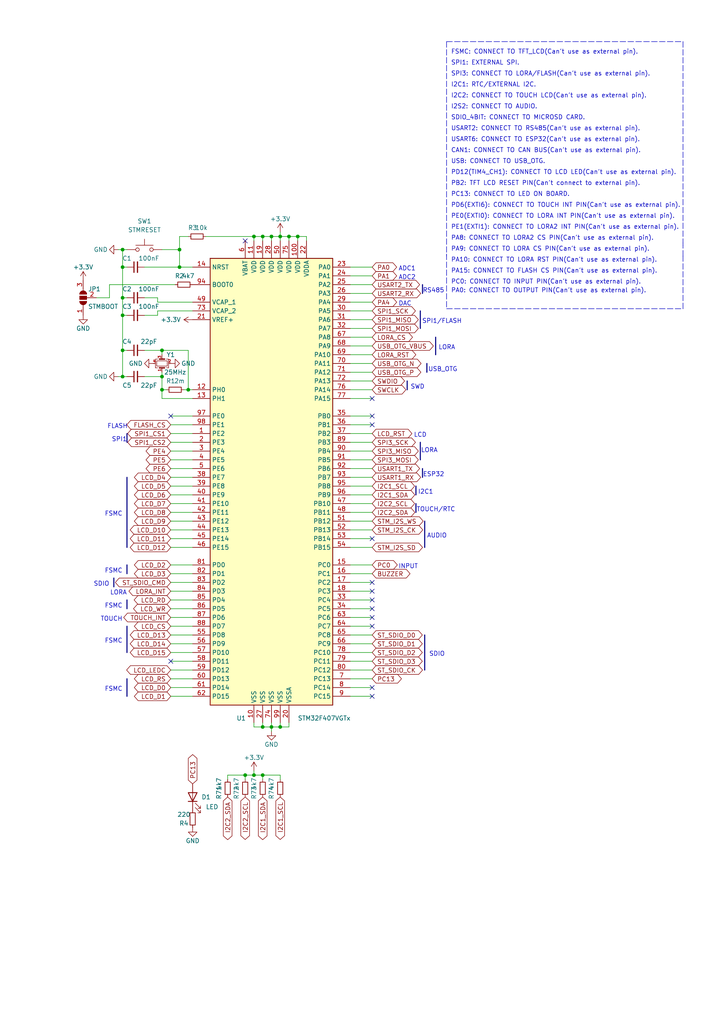
<source format=kicad_sch>
(kicad_sch (version 20211123) (generator eeschema)
  (paper "A4" portrait)
  (lib_symbols
    (symbol "Device:C_Small" (pin_numbers hide) (pin_names (offset 0.254) hide)
      (property "Reference" "C" (at 0.254 1.778 0))
      (property "Value" "C_Small" (at 0.254 -2.032 0))
      (symbol "C_Small_0_1"
        (polyline (pts (xy -1.524 -0.508) (xy 1.524 -0.508)) (stroke (width 0.3302)))
        (polyline (pts (xy -1.524 0.508) (xy 1.524 0.508)) (stroke (width 0.3048)))
      )
      (symbol "C_Small_1_1"
        (pin passive line (at 0 2.54 270) (length 2.032) (name "~") (number "1"))
        (pin passive line (at 0 -2.54 90) (length 2.032) (name "~") (number "2"))
      )
    )
    (symbol "Device:Crystal_GND24_Small" (pin_names (offset 1.016) hide)
      (property "Reference" "Y" (at 1.27 4.445 0))
      (property "Value" "Crystal_GND24_Small" (at 1.27 2.54 0))
      (symbol "Crystal_GND24_Small_0_1"
        (rectangle (start -0.762 -1.524) (end 0.762 1.524))
        (polyline (pts (xy -1.27 -0.762) (xy -1.27 0.762)) (stroke (width 0.381)))
        (polyline (pts (xy 1.27 -0.762) (xy 1.27 0.762)) (stroke (width 0.381)))
        (polyline (pts (xy -1.27 -1.27) (xy -1.27 -1.905) (xy 1.27 -1.905) (xy 1.27 -1.27)))
        (polyline (pts (xy -1.27 1.27) (xy -1.27 1.905) (xy 1.27 1.905) (xy 1.27 1.27)))
      )
      (symbol "Crystal_GND24_Small_1_1"
        (pin passive line (at -2.54 0 0) (length 1.27) (name "1") (number "1"))
        (pin passive line (at 0 -2.54 90) (length 0.635) (name "2") (number "2"))
        (pin passive line (at 2.54 0 180) (length 1.27) (name "3") (number "3"))
        (pin passive line (at 0 2.54 270) (length 0.635) (name "4") (number "4"))
      )
    )
    (symbol "Device:LED" (pin_numbers hide) (pin_names (offset 1.016) hide)
      (property "Reference" "D" (at 0 2.54 0))
      (property "Value" "LED" (at 0 -2.54 0))
      (symbol "LED_0_1"
        (polyline (pts (xy -1.27 -1.27) (xy -1.27 1.27)) (stroke (width 0.254)))
        (polyline (pts (xy -1.27 0) (xy 1.27 0)))
        (polyline (pts (xy 1.27 -1.27) (xy 1.27 1.27) (xy -1.27 0) (xy 1.27 -1.27)) (stroke (width 0.254)))
        (polyline (pts (xy -3.048 -0.762) (xy -4.572 -2.286) (xy -3.81 -2.286) (xy -4.572 -2.286) (xy -4.572 -1.524)))
        (polyline (pts (xy -1.778 -0.762) (xy -3.302 -2.286) (xy -2.54 -2.286) (xy -3.302 -2.286) (xy -3.302 -1.524)))
      )
      (symbol "LED_1_1"
        (pin passive line (at -3.81 0 0) (length 2.54) (name "K") (number "1"))
        (pin passive line (at 3.81 0 180) (length 2.54) (name "A") (number "2"))
      )
    )
    (symbol "Device:R_Small" (pin_numbers hide) (pin_names (offset 0.254) hide)
      (property "Reference" "R" (at 0.762 0.508 0))
      (property "Value" "R_Small" (at 0.762 -1.016 0))
      (symbol "R_Small_0_1"
        (rectangle (start -0.762 1.778) (end 0.762 -1.778) (stroke (width 0.2032)))
      )
      (symbol "R_Small_1_1"
        (pin passive line (at 0 2.54 270) (length 0.762) (name "~") (number "1"))
        (pin passive line (at 0 -2.54 90) (length 0.762) (name "~") (number "2"))
      )
    )
    (symbol "Jumper:SolderJumper_3_Open" (pin_names (offset 0) hide)
      (property "Reference" "JP" (at -2.54 -2.54 0))
      (property "Value" "SolderJumper_3_Open" (at 0 2.794 0))
      (symbol "SolderJumper_3_Open_0_1"
        (arc (start -1.016 1.016) (mid -2.032 0) (end -1.016 -1.016))
        (arc (start -1.016 1.016) (mid -2.032 0) (end -1.016 -1.016) (fill (type outline)))
        (rectangle (start -0.508 1.016) (end 0.508 -1.016) (fill (type outline)))
        (polyline (pts (xy -2.54 0) (xy -2.032 0)))
        (polyline (pts (xy -1.016 1.016) (xy -1.016 -1.016)))
        (polyline (pts (xy 0 -1.27) (xy 0 -1.016)))
        (polyline (pts (xy 1.016 1.016) (xy 1.016 -1.016)))
        (polyline (pts (xy 2.54 0) (xy 2.032 0)))
        (arc (start 1.016 -1.016) (mid 2.032 0) (end 1.016 1.016))
        (arc (start 1.016 -1.016) (mid 2.032 0) (end 1.016 1.016) (fill (type outline)))
      )
      (symbol "SolderJumper_3_Open_1_1"
        (pin passive line (at -5.08 0 0) (length 2.54) (name "A") (number "1"))
        (pin passive line (at 0 -3.81 90) (length 2.54) (name "C") (number "2"))
        (pin passive line (at 5.08 0 180) (length 2.54) (name "B") (number "3"))
      )
    )
    (symbol "MCU_ST_STM32F4:STM32F407VGTx"
      (property "Reference" "U" (at -17.78 64.77 0))
      (property "Value" "STM32F407VGTx" (at 12.7 64.77 0))
      (symbol "STM32F407VGTx_0_1"
        (rectangle (start -17.78 -66.04) (end 17.78 63.5) (stroke (width 0.254)) (fill (type background)))
      )
      (symbol "STM32F407VGTx_1_1"
        (pin bidirectional line (at -22.86 12.7 0) (length 5.08) (name "PE2") (number "1"))
        (pin power_in line (at -5.08 -71.12 90) (length 5.08) (name "VSS") (number "10"))
        (pin power_in line (at 7.62 68.58 270) (length 5.08) (name "VDD") (number "100"))
        (pin power_in line (at -5.08 68.58 270) (length 5.08) (name "VDD") (number "11"))
        (pin input line (at -22.86 25.4 0) (length 5.08) (name "PH0") (number "12"))
        (pin input line (at -22.86 22.86 0) (length 5.08) (name "PH1") (number "13"))
        (pin input line (at -22.86 60.96 0) (length 5.08) (name "NRST") (number "14"))
        (pin bidirectional line (at 22.86 -25.4 180) (length 5.08) (name "PC0") (number "15"))
        (pin bidirectional line (at 22.86 -27.94 180) (length 5.08) (name "PC1") (number "16"))
        (pin bidirectional line (at 22.86 -30.48 180) (length 5.08) (name "PC2") (number "17"))
        (pin bidirectional line (at 22.86 -33.02 180) (length 5.08) (name "PC3") (number "18"))
        (pin power_in line (at -2.54 68.58 270) (length 5.08) (name "VDD") (number "19"))
        (pin bidirectional line (at -22.86 10.16 0) (length 5.08) (name "PE3") (number "2"))
        (pin power_in line (at 5.08 -71.12 90) (length 5.08) (name "VSSA") (number "20"))
        (pin power_in line (at -22.86 45.72 0) (length 5.08) (name "VREF+") (number "21"))
        (pin power_in line (at 10.16 68.58 270) (length 5.08) (name "VDDA") (number "22"))
        (pin bidirectional line (at 22.86 60.96 180) (length 5.08) (name "PA0") (number "23"))
        (pin bidirectional line (at 22.86 58.42 180) (length 5.08) (name "PA1") (number "24"))
        (pin bidirectional line (at 22.86 55.88 180) (length 5.08) (name "PA2") (number "25"))
        (pin bidirectional line (at 22.86 53.34 180) (length 5.08) (name "PA3") (number "26"))
        (pin power_in line (at -2.54 -71.12 90) (length 5.08) (name "VSS") (number "27"))
        (pin power_in line (at 0 68.58 270) (length 5.08) (name "VDD") (number "28"))
        (pin bidirectional line (at 22.86 50.8 180) (length 5.08) (name "PA4") (number "29"))
        (pin bidirectional line (at -22.86 7.62 0) (length 5.08) (name "PE4") (number "3"))
        (pin bidirectional line (at 22.86 48.26 180) (length 5.08) (name "PA5") (number "30"))
        (pin bidirectional line (at 22.86 45.72 180) (length 5.08) (name "PA6") (number "31"))
        (pin bidirectional line (at 22.86 43.18 180) (length 5.08) (name "PA7") (number "32"))
        (pin bidirectional line (at 22.86 -35.56 180) (length 5.08) (name "PC4") (number "33"))
        (pin bidirectional line (at 22.86 -38.1 180) (length 5.08) (name "PC5") (number "34"))
        (pin bidirectional line (at 22.86 17.78 180) (length 5.08) (name "PB0") (number "35"))
        (pin bidirectional line (at 22.86 15.24 180) (length 5.08) (name "PB1") (number "36"))
        (pin bidirectional line (at 22.86 12.7 180) (length 5.08) (name "PB2") (number "37"))
        (pin bidirectional line (at -22.86 0 0) (length 5.08) (name "PE7") (number "38"))
        (pin bidirectional line (at -22.86 -2.54 0) (length 5.08) (name "PE8") (number "39"))
        (pin bidirectional line (at -22.86 5.08 0) (length 5.08) (name "PE5") (number "4"))
        (pin bidirectional line (at -22.86 -5.08 0) (length 5.08) (name "PE9") (number "40"))
        (pin bidirectional line (at -22.86 -7.62 0) (length 5.08) (name "PE10") (number "41"))
        (pin bidirectional line (at -22.86 -10.16 0) (length 5.08) (name "PE11") (number "42"))
        (pin bidirectional line (at -22.86 -12.7 0) (length 5.08) (name "PE12") (number "43"))
        (pin bidirectional line (at -22.86 -15.24 0) (length 5.08) (name "PE13") (number "44"))
        (pin bidirectional line (at -22.86 -17.78 0) (length 5.08) (name "PE14") (number "45"))
        (pin bidirectional line (at -22.86 -20.32 0) (length 5.08) (name "PE15") (number "46"))
        (pin bidirectional line (at 22.86 -7.62 180) (length 5.08) (name "PB10") (number "47"))
        (pin bidirectional line (at 22.86 -10.16 180) (length 5.08) (name "PB11") (number "48"))
        (pin power_in line (at -22.86 50.8 0) (length 5.08) (name "VCAP_1") (number "49"))
        (pin bidirectional line (at -22.86 2.54 0) (length 5.08) (name "PE6") (number "5"))
        (pin power_in line (at 2.54 68.58 270) (length 5.08) (name "VDD") (number "50"))
        (pin bidirectional line (at 22.86 -12.7 180) (length 5.08) (name "PB12") (number "51"))
        (pin bidirectional line (at 22.86 -15.24 180) (length 5.08) (name "PB13") (number "52"))
        (pin bidirectional line (at 22.86 -17.78 180) (length 5.08) (name "PB14") (number "53"))
        (pin bidirectional line (at 22.86 -20.32 180) (length 5.08) (name "PB15") (number "54"))
        (pin bidirectional line (at -22.86 -45.72 0) (length 5.08) (name "PD8") (number "55"))
        (pin bidirectional line (at -22.86 -48.26 0) (length 5.08) (name "PD9") (number "56"))
        (pin bidirectional line (at -22.86 -50.8 0) (length 5.08) (name "PD10") (number "57"))
        (pin bidirectional line (at -22.86 -53.34 0) (length 5.08) (name "PD11") (number "58"))
        (pin bidirectional line (at -22.86 -55.88 0) (length 5.08) (name "PD12") (number "59"))
        (pin power_in line (at -7.62 68.58 270) (length 5.08) (name "VBAT") (number "6"))
        (pin bidirectional line (at -22.86 -58.42 0) (length 5.08) (name "PD13") (number "60"))
        (pin bidirectional line (at -22.86 -60.96 0) (length 5.08) (name "PD14") (number "61"))
        (pin bidirectional line (at -22.86 -63.5 0) (length 5.08) (name "PD15") (number "62"))
        (pin bidirectional line (at 22.86 -40.64 180) (length 5.08) (name "PC6") (number "63"))
        (pin bidirectional line (at 22.86 -43.18 180) (length 5.08) (name "PC7") (number "64"))
        (pin bidirectional line (at 22.86 -45.72 180) (length 5.08) (name "PC8") (number "65"))
        (pin bidirectional line (at 22.86 -48.26 180) (length 5.08) (name "PC9") (number "66"))
        (pin bidirectional line (at 22.86 40.64 180) (length 5.08) (name "PA8") (number "67"))
        (pin bidirectional line (at 22.86 38.1 180) (length 5.08) (name "PA9") (number "68"))
        (pin bidirectional line (at 22.86 35.56 180) (length 5.08) (name "PA10") (number "69"))
        (pin bidirectional line (at 22.86 -58.42 180) (length 5.08) (name "PC13") (number "7"))
        (pin bidirectional line (at 22.86 33.02 180) (length 5.08) (name "PA11") (number "70"))
        (pin bidirectional line (at 22.86 30.48 180) (length 5.08) (name "PA12") (number "71"))
        (pin bidirectional line (at 22.86 27.94 180) (length 5.08) (name "PA13") (number "72"))
        (pin power_in line (at -22.86 48.26 0) (length 5.08) (name "VCAP_2") (number "73"))
        (pin power_in line (at 0 -71.12 90) (length 5.08) (name "VSS") (number "74"))
        (pin power_in line (at 5.08 68.58 270) (length 5.08) (name "VDD") (number "75"))
        (pin bidirectional line (at 22.86 25.4 180) (length 5.08) (name "PA14") (number "76"))
        (pin bidirectional line (at 22.86 22.86 180) (length 5.08) (name "PA15") (number "77"))
        (pin bidirectional line (at 22.86 -50.8 180) (length 5.08) (name "PC10") (number "78"))
        (pin bidirectional line (at 22.86 -53.34 180) (length 5.08) (name "PC11") (number "79"))
        (pin bidirectional line (at 22.86 -60.96 180) (length 5.08) (name "PC14") (number "8"))
        (pin bidirectional line (at 22.86 -55.88 180) (length 5.08) (name "PC12") (number "80"))
        (pin bidirectional line (at -22.86 -25.4 0) (length 5.08) (name "PD0") (number "81"))
        (pin bidirectional line (at -22.86 -27.94 0) (length 5.08) (name "PD1") (number "82"))
        (pin bidirectional line (at -22.86 -30.48 0) (length 5.08) (name "PD2") (number "83"))
        (pin bidirectional line (at -22.86 -33.02 0) (length 5.08) (name "PD3") (number "84"))
        (pin bidirectional line (at -22.86 -35.56 0) (length 5.08) (name "PD4") (number "85"))
        (pin bidirectional line (at -22.86 -38.1 0) (length 5.08) (name "PD5") (number "86"))
        (pin bidirectional line (at -22.86 -40.64 0) (length 5.08) (name "PD6") (number "87"))
        (pin bidirectional line (at -22.86 -43.18 0) (length 5.08) (name "PD7") (number "88"))
        (pin bidirectional line (at 22.86 10.16 180) (length 5.08) (name "PB3") (number "89"))
        (pin bidirectional line (at 22.86 -63.5 180) (length 5.08) (name "PC15") (number "9"))
        (pin bidirectional line (at 22.86 7.62 180) (length 5.08) (name "PB4") (number "90"))
        (pin bidirectional line (at 22.86 5.08 180) (length 5.08) (name "PB5") (number "91"))
        (pin bidirectional line (at 22.86 2.54 180) (length 5.08) (name "PB6") (number "92"))
        (pin bidirectional line (at 22.86 0 180) (length 5.08) (name "PB7") (number "93"))
        (pin input line (at -22.86 55.88 0) (length 5.08) (name "BOOT0") (number "94"))
        (pin bidirectional line (at 22.86 -2.54 180) (length 5.08) (name "PB8") (number "95"))
        (pin bidirectional line (at 22.86 -5.08 180) (length 5.08) (name "PB9") (number "96"))
        (pin bidirectional line (at -22.86 17.78 0) (length 5.08) (name "PE0") (number "97"))
        (pin bidirectional line (at -22.86 15.24 0) (length 5.08) (name "PE1") (number "98"))
        (pin power_in line (at 2.54 -71.12 90) (length 5.08) (name "VSS") (number "99"))
      )
    )
    (symbol "Switch:SW_Push" (pin_numbers hide) (pin_names (offset 1.016) hide)
      (property "Reference" "SW" (at 1.27 2.54 0))
      (property "Value" "SW_Push" (at 0 -1.524 0))
      (symbol "SW_Push_0_1"
        (circle (center -2.032 0) (radius 0.508))
        (polyline (pts (xy 0 1.27) (xy 0 3.048)))
        (polyline (pts (xy 2.54 1.27) (xy -2.54 1.27)))
        (circle (center 2.032 0) (radius 0.508))
        (pin passive line (at -5.08 0 0) (length 2.54) (name "1") (number "1"))
        (pin passive line (at 5.08 0 180) (length 2.54) (name "2") (number "2"))
      )
    )
    (symbol "power:+3.3V" (power) (pin_names (offset 0))
      (property "Value" "+3.3V" (at 0 3.556 0))
      (symbol "+3.3V_0_1"
        (polyline (pts (xy -0.762 1.27) (xy 0 2.54)))
        (polyline (pts (xy 0 0) (xy 0 2.54)))
        (polyline (pts (xy 0 2.54) (xy 0.762 1.27)))
      )
      (symbol "+3.3V_1_1"
        (pin power_in line (at 0 0 90) (length 0) hide (name "+3.3V") (number "1"))
      )
    )
    (symbol "power:GND" (power) (pin_names (offset 0))
      (property "Value" "GND" (at 0 -3.81 0))
      (symbol "GND_0_1"
        (polyline (pts (xy 0 0) (xy 0 -1.27) (xy 1.27 -1.27) (xy 0 -2.54) (xy -1.27 -1.27) (xy 0 -1.27)))
      )
      (symbol "GND_1_1"
        (pin power_in line (at 0 0 270) (length 0) hide (name "GND") (number "1"))
      )
    )
  )
  (junction (at 35.56 91.44))
  (junction (at 52.07 77.47))
  (junction (at 83.82 68.58))
  (junction (at 76.2 68.58))
  (junction (at 46.99 113.03))
  (junction (at 73.66 224.79))
  (junction (at 35.56 101.6))
  (junction (at 52.07 72.39))
  (junction (at 76.2 210.82))
  (junction (at 35.56 86.36))
  (junction (at 78.74 210.82))
  (junction (at 81.28 210.82))
  (junction (at 54.61 113.03))
  (junction (at 35.56 77.47))
  (junction (at 46.99 109.22))
  (junction (at 35.56 109.22))
  (junction (at 78.74 68.58))
  (junction (at 76.2 224.79))
  (junction (at 35.56 72.39))
  (junction (at 71.12 224.79))
  (junction (at 86.36 68.58))
  (junction (at 46.99 101.6))
  (junction (at 73.66 68.58))
  (junction (at 81.28 68.58))
  (no_connect (at 107.95 120.65))
  (no_connect (at 107.95 181.61))
  (no_connect (at 107.95 176.53))
  (no_connect (at 107.95 171.45))
  (no_connect (at 107.95 168.91))
  (no_connect (at 71.12 69.85))
  (no_connect (at 107.95 115.57))
  (no_connect (at 107.95 199.39))
  (no_connect (at 107.95 201.93))
  (no_connect (at 49.53 120.65))
  (no_connect (at 49.53 191.77))
  (no_connect (at 107.95 156.21))
  (no_connect (at 107.95 179.07))
  (no_connect (at 107.95 173.99))
  (no_connect (at 107.95 123.19))
  (wire (pts (xy 101.6 113.03) (xy 107.95 113.03)))
  (wire (pts (xy 55.88 181.61) (xy 49.53 181.61)))
  (wire (pts (xy 101.6 102.87) (xy 107.95 102.87)))
  (wire (pts (xy 101.6 184.15) (xy 107.95 184.15)))
  (wire (pts (xy 55.88 156.21) (xy 49.53 156.21)))
  (polyline (pts (xy 129.54 12.065) (xy 129.54 74.295)))
  (polyline (pts (xy 198.12 74.295) (xy 198.12 71.12)))
  (wire (pts (xy 78.74 210.82) (xy 81.28 210.82)))
  (wire (pts (xy 66.04 226.06) (xy 66.04 224.79)))
  (wire (pts (xy 55.88 158.75) (xy 49.53 158.75)))
  (wire (pts (xy 55.88 189.23) (xy 49.53 189.23)))
  (wire (pts (xy 55.88 184.15) (xy 49.53 184.15)))
  (wire (pts (xy 101.6 191.77) (xy 107.95 191.77)))
  (wire (pts (xy 101.6 158.75) (xy 107.95 158.75)))
  (wire (pts (xy 101.6 138.43) (xy 107.95 138.43)))
  (wire (pts (xy 101.6 176.53) (xy 107.95 176.53)))
  (bus (pts (xy 118.11 110.49) (xy 118.11 113.03)))
  (bus (pts (xy 120.65 146.05) (xy 120.65 148.59)))
  (wire (pts (xy 36.83 109.22) (xy 35.56 109.22)))
  (wire (pts (xy 55.88 199.39) (xy 49.53 199.39)))
  (wire (pts (xy 55.88 196.85) (xy 49.53 196.85)))
  (wire (pts (xy 45.72 87.63) (xy 45.72 86.36)))
  (wire (pts (xy 36.83 77.47) (xy 35.56 77.47)))
  (wire (pts (xy 55.88 194.31) (xy 49.53 194.31)))
  (wire (pts (xy 101.6 153.67) (xy 107.95 153.67)))
  (wire (pts (xy 73.66 209.55) (xy 73.66 210.82)))
  (wire (pts (xy 55.88 146.05) (xy 49.53 146.05)))
  (wire (pts (xy 101.6 92.71) (xy 107.95 92.71)))
  (wire (pts (xy 73.66 69.85) (xy 73.66 68.58)))
  (wire (pts (xy 101.6 148.59) (xy 107.95 148.59)))
  (wire (pts (xy 101.6 120.65) (xy 107.95 120.65)))
  (wire (pts (xy 101.6 123.19) (xy 107.95 123.19)))
  (wire (pts (xy 55.88 148.59) (xy 49.53 148.59)))
  (wire (pts (xy 46.99 113.03) (xy 48.26 113.03)))
  (wire (pts (xy 52.07 72.39) (xy 52.07 77.47)))
  (wire (pts (xy 31.75 86.36) (xy 27.94 86.36)))
  (wire (pts (xy 76.2 224.79) (xy 76.2 226.06)))
  (wire (pts (xy 55.88 140.97) (xy 49.53 140.97)))
  (wire (pts (xy 101.6 85.09) (xy 107.95 85.09)))
  (bus (pts (xy 122.555 135.89) (xy 122.555 138.43)))
  (wire (pts (xy 55.88 191.77) (xy 49.53 191.77)))
  (wire (pts (xy 101.6 189.23) (xy 107.95 189.23)))
  (wire (pts (xy 55.88 153.67) (xy 49.53 153.67)))
  (wire (pts (xy 41.91 77.47) (xy 52.07 77.47)))
  (wire (pts (xy 46.99 107.95) (xy 46.99 109.22)))
  (wire (pts (xy 73.66 224.79) (xy 76.2 224.79)))
  (bus (pts (xy 36.83 163.83) (xy 36.83 166.37)))
  (polyline (pts (xy 198.12 70.485) (xy 198.12 71.12)))
  (bus (pts (xy 122.555 82.55) (xy 122.555 85.09)))
  (wire (pts (xy 55.88 166.37) (xy 49.53 166.37)))
  (wire (pts (xy 101.6 201.93) (xy 107.95 201.93)))
  (wire (pts (xy 45.72 86.36) (xy 41.91 86.36)))
  (wire (pts (xy 88.9 68.58) (xy 88.9 69.85)))
  (wire (pts (xy 101.6 166.37) (xy 107.95 166.37)))
  (wire (pts (xy 34.29 109.22) (xy 35.56 109.22)))
  (polyline (pts (xy 198.12 12.065) (xy 198.12 70.485)))
  (wire (pts (xy 101.6 107.95) (xy 107.95 107.95)))
  (bus (pts (xy 36.83 138.43) (xy 36.83 158.75)))
  (wire (pts (xy 46.99 115.57) (xy 55.88 115.57)))
  (wire (pts (xy 101.6 95.25) (xy 107.95 95.25)))
  (wire (pts (xy 81.28 68.58) (xy 81.28 67.31)))
  (wire (pts (xy 76.2 69.85) (xy 76.2 68.58)))
  (wire (pts (xy 101.6 105.41) (xy 107.95 105.41)))
  (wire (pts (xy 55.88 151.13) (xy 49.53 151.13)))
  (wire (pts (xy 71.12 224.79) (xy 71.12 226.06)))
  (wire (pts (xy 101.6 130.81) (xy 107.95 130.81)))
  (bus (pts (xy 120.65 140.97) (xy 120.65 143.51)))
  (wire (pts (xy 53.34 113.03) (xy 54.61 113.03)))
  (wire (pts (xy 35.56 101.6) (xy 36.83 101.6)))
  (wire (pts (xy 36.83 91.44) (xy 35.56 91.44)))
  (wire (pts (xy 55.88 138.43) (xy 49.53 138.43)))
  (wire (pts (xy 46.99 101.6) (xy 46.99 102.87)))
  (wire (pts (xy 101.6 146.05) (xy 107.95 146.05)))
  (wire (pts (xy 101.6 171.45) (xy 107.95 171.45)))
  (wire (pts (xy 101.6 82.55) (xy 107.95 82.55)))
  (wire (pts (xy 55.88 113.03) (xy 54.61 113.03)))
  (wire (pts (xy 101.6 115.57) (xy 107.95 115.57)))
  (wire (pts (xy 81.28 69.85) (xy 81.28 68.58)))
  (wire (pts (xy 35.56 101.6) (xy 35.56 91.44)))
  (wire (pts (xy 46.99 113.03) (xy 46.99 115.57)))
  (polyline (pts (xy 129.54 89.535) (xy 198.12 89.535)))
  (wire (pts (xy 31.75 82.55) (xy 31.75 86.36)))
  (wire (pts (xy 34.29 72.39) (xy 35.56 72.39)))
  (wire (pts (xy 101.6 128.27) (xy 107.95 128.27)))
  (bus (pts (xy 36.83 173.99) (xy 36.83 176.53)))
  (wire (pts (xy 55.88 133.35) (xy 49.53 133.35)))
  (wire (pts (xy 54.61 101.6) (xy 46.99 101.6)))
  (wire (pts (xy 55.88 135.89) (xy 49.53 135.89)))
  (wire (pts (xy 101.6 97.79) (xy 107.95 97.79)))
  (wire (pts (xy 101.6 135.89) (xy 107.95 135.89)))
  (wire (pts (xy 81.28 68.58) (xy 83.82 68.58)))
  (wire (pts (xy 73.66 210.82) (xy 76.2 210.82)))
  (wire (pts (xy 54.61 68.58) (xy 52.07 68.58)))
  (wire (pts (xy 55.88 201.93) (xy 49.53 201.93)))
  (wire (pts (xy 55.88 173.99) (xy 49.53 173.99)))
  (wire (pts (xy 55.88 87.63) (xy 45.72 87.63)))
  (wire (pts (xy 101.6 151.13) (xy 107.95 151.13)))
  (wire (pts (xy 101.6 168.91) (xy 107.95 168.91)))
  (wire (pts (xy 78.74 212.09) (xy 78.74 210.82)))
  (wire (pts (xy 55.88 171.45) (xy 49.53 171.45)))
  (wire (pts (xy 35.56 91.44) (xy 35.56 86.36)))
  (wire (pts (xy 55.88 90.17) (xy 45.72 90.17)))
  (wire (pts (xy 55.88 128.27) (xy 49.53 128.27)))
  (wire (pts (xy 41.91 101.6) (xy 46.99 101.6)))
  (wire (pts (xy 76.2 209.55) (xy 76.2 210.82)))
  (wire (pts (xy 101.6 90.17) (xy 107.95 90.17)))
  (wire (pts (xy 54.61 113.03) (xy 54.61 101.6)))
  (wire (pts (xy 55.88 123.19) (xy 49.53 123.19)))
  (wire (pts (xy 41.91 91.44) (xy 45.72 91.44)))
  (wire (pts (xy 35.56 72.39) (xy 36.83 72.39)))
  (wire (pts (xy 71.12 224.79) (xy 73.66 224.79)))
  (wire (pts (xy 101.6 125.73) (xy 107.95 125.73)))
  (wire (pts (xy 55.88 179.07) (xy 49.53 179.07)))
  (wire (pts (xy 101.6 87.63) (xy 107.95 87.63)))
  (wire (pts (xy 101.6 173.99) (xy 107.95 173.99)))
  (wire (pts (xy 101.6 143.51) (xy 107.95 143.51)))
  (wire (pts (xy 78.74 209.55) (xy 78.74 210.82)))
  (wire (pts (xy 101.6 179.07) (xy 107.95 179.07)))
  (wire (pts (xy 83.82 69.85) (xy 83.82 68.58)))
  (wire (pts (xy 73.66 223.52) (xy 73.66 224.79)))
  (bus (pts (xy 123.19 184.15) (xy 123.19 194.31)))
  (wire (pts (xy 101.6 80.01) (xy 107.95 80.01)))
  (polyline (pts (xy 129.54 73.66) (xy 129.54 89.535)))
  (wire (pts (xy 55.88 163.83) (xy 49.53 163.83)))
  (wire (pts (xy 101.6 186.69) (xy 107.95 186.69)))
  (wire (pts (xy 52.07 68.58) (xy 52.07 72.39)))
  (wire (pts (xy 101.6 199.39) (xy 107.95 199.39)))
  (bus (pts (xy 36.83 181.61) (xy 36.83 189.23)))
  (bus (pts (xy 123.19 151.13) (xy 123.19 158.75)))
  (wire (pts (xy 101.6 156.21) (xy 107.95 156.21)))
  (bus (pts (xy 33.02 167.64) (xy 33.02 170.18)))
  (wire (pts (xy 36.83 86.36) (xy 35.56 86.36)))
  (wire (pts (xy 86.36 68.58) (xy 88.9 68.58)))
  (wire (pts (xy 46.99 109.22) (xy 46.99 113.03)))
  (wire (pts (xy 46.99 72.39) (xy 52.07 72.39)))
  (wire (pts (xy 35.56 72.39) (xy 35.56 77.47)))
  (bus (pts (xy 36.83 196.85) (xy 36.83 201.93)))
  (wire (pts (xy 101.6 110.49) (xy 107.95 110.49)))
  (wire (pts (xy 101.6 140.97) (xy 107.95 140.97)))
  (wire (pts (xy 101.6 181.61) (xy 107.95 181.61)))
  (wire (pts (xy 101.6 77.47) (xy 107.95 77.47)))
  (wire (pts (xy 83.82 210.82) (xy 83.82 209.55)))
  (wire (pts (xy 66.04 224.79) (xy 71.12 224.79)))
  (wire (pts (xy 83.82 68.58) (xy 86.36 68.58)))
  (wire (pts (xy 81.28 224.79) (xy 81.28 226.06)))
  (polyline (pts (xy 129.54 12.065) (xy 198.12 12.065)))
  (wire (pts (xy 78.74 69.85) (xy 78.74 68.58)))
  (wire (pts (xy 55.88 168.91) (xy 49.53 168.91)))
  (wire (pts (xy 78.74 68.58) (xy 81.28 68.58)))
  (wire (pts (xy 55.88 186.69) (xy 49.53 186.69)))
  (wire (pts (xy 55.88 120.65) (xy 49.53 120.65)))
  (wire (pts (xy 81.28 209.55) (xy 81.28 210.82)))
  (wire (pts (xy 81.28 210.82) (xy 83.82 210.82)))
  (wire (pts (xy 55.88 176.53) (xy 49.53 176.53)))
  (wire (pts (xy 35.56 77.47) (xy 35.56 86.36)))
  (wire (pts (xy 55.88 130.81) (xy 49.53 130.81)))
  (wire (pts (xy 101.6 133.35) (xy 107.95 133.35)))
  (wire (pts (xy 41.91 109.22) (xy 46.99 109.22)))
  (wire (pts (xy 73.66 68.58) (xy 76.2 68.58)))
  (wire (pts (xy 55.88 125.73) (xy 49.53 125.73)))
  (polyline (pts (xy 198.12 89.535) (xy 198.12 74.295)))
  (wire (pts (xy 101.6 196.85) (xy 107.95 196.85)))
  (wire (pts (xy 101.6 163.83) (xy 107.95 163.83)))
  (wire (pts (xy 86.36 69.85) (xy 86.36 68.58)))
  (bus (pts (xy 36.83 125.73) (xy 36.83 128.27)))
  (wire (pts (xy 55.88 143.51) (xy 49.53 143.51)))
  (wire (pts (xy 101.6 194.31) (xy 107.95 194.31)))
  (wire (pts (xy 76.2 224.79) (xy 81.28 224.79)))
  (wire (pts (xy 35.56 109.22) (xy 35.56 101.6)))
  (wire (pts (xy 45.72 90.17) (xy 45.72 91.44)))
  (wire (pts (xy 52.07 77.47) (xy 55.88 77.47)))
  (wire (pts (xy 76.2 210.82) (xy 78.74 210.82)))
  (wire (pts (xy 76.2 68.58) (xy 78.74 68.58)))
  (bus (pts (xy 123.825 105.41) (xy 123.825 107.95)))
  (bus (pts (xy 121.92 90.17) (xy 121.92 95.25)))
  (wire (pts (xy 50.8 82.55) (xy 31.75 82.55)))
  (wire (pts (xy 101.6 100.33) (xy 107.95 100.33)))
  (wire (pts (xy 59.69 68.58) (xy 73.66 68.58)))
  (bus (pts (xy 126.365 97.79) (xy 126.365 102.87)))
  (bus (pts (xy 121.92 128.27) (xy 121.92 133.35)))
  (text "SDIO_4BIT: CONNECT TO MICROSD CARD." (at 130.81 34.925 0) (effects (font (size 1.27 1.27)) (justify left bottom)))
  (text "USART6: CONNECT TO ESP32(Can't use as external pin)." (at 130.81 41.275 0) (effects (font (size 1.27 1.27)) (justify left bottom)))
  (text "USB: CONNECT TO USB_OTG." (at 130.81 47.625 0) (effects (font (size 1.27 1.27)) (justify left bottom)))
  (text "FSMC" (at 35.56 200.66 180) (effects (font (size 1.27 1.27)) (justify right bottom)))
  (text "LORA" (at 36.83 172.72 180) (effects (font (size 1.27 1.27)) (justify right bottom)))
  (text "PC13: CONNECT TO LED ON BOARD." (at 130.81 57.15 0) (effects (font (size 1.27 1.27)) (justify left bottom)))
  (text "USART2: CONNECT TO RS485(Can't use as external pin)." (at 130.81 38.1 0) (effects (font (size 1.27 1.27)) (justify left bottom)))
  (text "LORA" (at 132.08 101.6 180) (effects (font (size 1.27 1.27)) (justify right bottom)))
  (text "CAN1: CONNECT TO CAN BUS(Can't use as external pin)." (at 130.81 44.45 0) (effects (font (size 1.27 1.27)) (justify left bottom)))
  (text "DAC" (at 115.57 88.9 0) (effects (font (size 1.27 1.27)) (justify left bottom)))
  (text "FSMC" (at 35.56 186.69 180) (effects (font (size 1.27 1.27)) (justify right bottom)))
  (text "ADC1" (at 115.57 78.74 0) (effects (font (size 1.27 1.27)) (justify left bottom)))
  (text "PA9: CONNECT TO LORA CS PIN(Can't use as external pin)." (at 130.81 73.025 0) (effects (font (size 1.27 1.27)) (justify left bottom)))
  (text "PB2: TFT LCD RESET PIN(Can't connect to external pin)." (at 130.81 53.975 0) (effects (font (size 1.27 1.27)) (justify left bottom)))
  (text "FSMC" (at 35.56 166.37 180) (effects (font (size 1.27 1.27)) (justify right bottom)))
  (text "FSMC" (at 35.56 176.53 180) (effects (font (size 1.27 1.27)) (justify right bottom)))
  (text "ESP32" (at 128.905 138.43 180) (effects (font (size 1.27 1.27)) (justify right bottom)))
  (text "ADC2" (at 115.57 81.28 0) (effects (font (size 1.27 1.27)) (justify left bottom)))
  (text "SDIO" (at 124.46 190.5 0) (effects (font (size 1.27 1.27)) (justify left bottom)))
  (text "I2C1: RTC/EXTERNAL I2C." (at 130.81 25.4 0) (effects (font (size 1.27 1.27)) (justify left bottom)))
  (text "I2C1" (at 125.73 143.51 180) (effects (font (size 1.27 1.27)) (justify right bottom)))
  (text "PD12(TIM4_CH1): CONNECT TO LCD LED(Can't use as external pin)." (at 130.81 50.8 0) (effects (font (size 1.27 1.27)) (justify left bottom)))
  (text "LCD" (at 120.015 127 0) (effects (font (size 1.27 1.27)) (justify left bottom)))
  (text "LORA" (at 127 131.445 180) (effects (font (size 1.27 1.27)) (justify right bottom)))
  (text "PE0(EXTI0): CONNECT TO LORA INT PIN(Can't use as external pin)." (at 130.81 63.5 0) (effects (font (size 1.27 1.27)) (justify left bottom)))
  (text "SPI3: CONNECT TO LORA/FLASH(Can't use as external pin)." (at 130.81 22.225 0) (effects (font (size 1.27 1.27)) (justify left bottom)))
  (text "SPI1: EXTERNAL SPI." (at 130.81 19.05 0) (effects (font (size 1.27 1.27)) (justify left bottom)))
  (text "PE1(EXTI1): CONNECT TO LORA2 INT PIN(Can't use as external pin)." (at 130.81 66.675 0) (effects (font (size 1.27 1.27)) (justify left bottom)))
  (text "AUDIO" (at 123.825 156.21 0) (effects (font (size 1.27 1.27)) (justify left bottom)))
  (text "PD6(EXTI6): CONNECT TO TOUCH INT PIN(Can't use as external pin)." (at 130.81 60.325 0) (effects (font (size 1.27 1.27)) (justify left bottom)))
  (text "I2C2: CONNECT TO TOUCH LCD(Can't use as external pin)." (at 130.81 28.575 0) (effects (font (size 1.27 1.27)) (justify left bottom)))
  (text "I2S2: CONNECT TO AUDIO." (at 130.81 31.75 0) (effects (font (size 1.27 1.27)) (justify left bottom)))
  (text "PC0: CONNECT TO INPUT PIN(Can't use as external pin)." (at 130.81 82.55 0) (effects (font (size 1.27 1.27)) (justify left bottom)))
  (text "PA10: CONNECT TO LORA RST PIN(Can't use as external pin)." (at 130.81 76.2 0) (effects (font (size 1.27 1.27)) (justify left bottom)))
  (text "PA8: CONNECT TO LORA2 CS PIN(Can't use as external pin)." (at 130.81 69.85 0) (effects (font (size 1.27 1.27)) (justify left bottom)))
  (text "INPUT" (at 115.57 165.1 0) (effects (font (size 1.27 1.27)) (justify left bottom)))
  (text "FSMC: CONNECT TO TFT_LCD(Can't use as external pin)." (at 130.81 15.875 0) (effects (font (size 1.27 1.27)) (justify left bottom)))
  (text "SPI1" (at 32.385 128.27 0) (effects (font (size 1.27 1.27)) (justify left bottom)))
  (text "SWD" (at 123.19 113.03 180) (effects (font (size 1.27 1.27)) (justify right bottom)))
  (text "FLASH" (at 31.115 124.46 0) (effects (font (size 1.27 1.27)) (justify left bottom)))
  (text "USB_OTG\n" (at 132.715 107.95 180) (effects (font (size 1.27 1.27)) (justify right bottom)))
  (text "TOUCH" (at 35.56 180.34 180) (effects (font (size 1.27 1.27)) (justify right bottom)))
  (text "FSMC" (at 35.56 149.86 180) (effects (font (size 1.27 1.27)) (justify right bottom)))
  (text "PA0: CONNECT TO OUTPUT PIN(Can't use as external pin)." (at 130.81 85.09 0) (effects (font (size 1.27 1.27)) (justify left bottom)))
  (text "PA15: CONNECT TO FLASH CS PIN(Can't use as external pin)." (at 130.81 79.375 0) (effects (font (size 1.27 1.27)) (justify left bottom)))
  (text "SDIO" (at 31.75 170.18 180) (effects (font (size 1.27 1.27)) (justify right bottom)))
  (text "RS485" (at 128.905 85.09 180) (effects (font (size 1.27 1.27)) (justify right bottom)))
  (text "TOUCH/RTC" (at 132.08 148.59 180) (effects (font (size 1.27 1.27)) (justify right bottom)))
  (text "SPI1/FLASH" (at 133.985 93.98 180) (effects (font (size 1.27 1.27)) (justify right bottom)))
  (global_label "LORA_RST" (shape bidirectional) (at 107.95 102.87 0) (property "Intersheet References" "${INTERSHEET_REFS}" (effects hide)))
  (global_label "SPI1_MISO" (shape bidirectional) (at 107.95 92.71 0) (property "Intersheet References" "${INTERSHEET_REFS}" (effects hide)))
  (global_label "LCD_D13" (shape bidirectional) (at 49.53 184.15 180) (property "Intersheet References" "${INTERSHEET_REFS}" (effects hide)))
  (global_label "LCD_D10" (shape bidirectional) (at 49.53 153.67 180) (property "Intersheet References" "${INTERSHEET_REFS}" (effects hide)))
  (global_label "I2C2_SCL" (shape bidirectional) (at 71.12 231.14 270) (property "Intersheet References" "${INTERSHEET_REFS}" (effects hide)))
  (global_label "ST_SDIO_D2" (shape bidirectional) (at 107.95 189.23 0) (property "Intersheet References" "${INTERSHEET_REFS}" (effects hide)))
  (global_label "SPI3_MOSI" (shape bidirectional) (at 107.95 133.35 0) (property "Intersheet References" "${INTERSHEET_REFS}" (effects hide)))
  (global_label "LCD_D6" (shape bidirectional) (at 49.53 143.51 180) (property "Intersheet References" "${INTERSHEET_REFS}" (effects hide)))
  (global_label "LCD_D1" (shape bidirectional) (at 49.53 201.93 180) (property "Intersheet References" "${INTERSHEET_REFS}" (effects hide)))
  (global_label "PC13" (shape bidirectional) (at 55.88 227.33 90) (property "Intersheet References" "${INTERSHEET_REFS}" (effects hide)))
  (global_label "LCD_D4" (shape bidirectional) (at 49.53 138.43 180) (property "Intersheet References" "${INTERSHEET_REFS}" (effects hide)))
  (global_label "LCD_D11" (shape bidirectional) (at 49.53 156.21 180) (property "Intersheet References" "${INTERSHEET_REFS}" (effects hide)))
  (global_label "SPI3_MISO" (shape bidirectional) (at 107.95 130.81 0) (property "Intersheet References" "${INTERSHEET_REFS}" (effects hide)))
  (global_label "TOUCH_INT" (shape bidirectional) (at 49.53 179.07 180) (property "Intersheet References" "${INTERSHEET_REFS}" (effects hide)))
  (global_label "I2C1_SCL" (shape bidirectional) (at 107.95 140.97 0) (property "Intersheet References" "${INTERSHEET_REFS}" (effects hide)))
  (global_label "SPI1_CS2" (shape bidirectional) (at 49.53 128.27 180) (property "Intersheet References" "${INTERSHEET_REFS}" (effects hide)))
  (global_label "SPI1_CS1" (shape bidirectional) (at 49.53 125.73 180) (property "Intersheet References" "${INTERSHEET_REFS}" (effects hide)))
  (global_label "FLASH_CS" (shape bidirectional) (at 49.53 123.19 180) (property "Intersheet References" "${INTERSHEET_REFS}" (effects hide)))
  (global_label "SWCLK" (shape bidirectional) (at 107.95 113.03 0) (property "Intersheet References" "${INTERSHEET_REFS}" (effects hide)))
  (global_label "USB_OTG_N" (shape bidirectional) (at 107.95 105.41 0) (property "Intersheet References" "${INTERSHEET_REFS}" (effects hide)))
  (global_label "I2C2_SDA" (shape bidirectional) (at 107.95 148.59 0) (property "Intersheet References" "${INTERSHEET_REFS}" (effects hide)))
  (global_label "I2C1_SDA" (shape bidirectional) (at 107.95 143.51 0) (property "Intersheet References" "${INTERSHEET_REFS}" (effects hide)))
  (global_label "ST_SDIO_D0" (shape bidirectional) (at 107.95 184.15 0) (property "Intersheet References" "${INTERSHEET_REFS}" (effects hide)))
  (global_label "LORA_INT" (shape bidirectional) (at 49.53 171.45 180) (property "Intersheet References" "${INTERSHEET_REFS}" (effects hide)))
  (global_label "I2C2_SCL" (shape bidirectional) (at 107.95 146.05 0) (property "Intersheet References" "${INTERSHEET_REFS}" (effects hide)))
  (global_label "SPI1_MOSI" (shape bidirectional) (at 107.95 95.25 0) (property "Intersheet References" "${INTERSHEET_REFS}" (effects hide)))
  (global_label "STM_I2S_CK" (shape bidirectional) (at 107.95 153.67 0) (property "Intersheet References" "${INTERSHEET_REFS}" (effects hide)))
  (global_label "SWDIO" (shape bidirectional) (at 107.95 110.49 0) (property "Intersheet References" "${INTERSHEET_REFS}" (effects hide)))
  (global_label "LCD_D5" (shape bidirectional) (at 49.53 140.97 180) (property "Intersheet References" "${INTERSHEET_REFS}" (effects hide)))
  (global_label "LCD_WR" (shape bidirectional) (at 49.53 176.53 180) (property "Intersheet References" "${INTERSHEET_REFS}" (effects hide)))
  (global_label "I2C1_SCL" (shape bidirectional) (at 81.28 231.14 270) (property "Intersheet References" "${INTERSHEET_REFS}" (effects hide)))
  (global_label "I2C1_SDA" (shape bidirectional) (at 76.2 231.14 270) (property "Intersheet References" "${INTERSHEET_REFS}" (effects hide)))
  (global_label "LCD_D14" (shape bidirectional) (at 49.53 186.69 180) (property "Intersheet References" "${INTERSHEET_REFS}" (effects hide)))
  (global_label "LORA_CS" (shape bidirectional) (at 107.95 97.79 0) (property "Intersheet References" "${INTERSHEET_REFS}" (effects hide)))
  (global_label "LCD_D8" (shape bidirectional) (at 49.53 148.59 180) (property "Intersheet References" "${INTERSHEET_REFS}" (effects hide)))
  (global_label "LCD_D15" (shape bidirectional) (at 49.53 189.23 180) (property "Intersheet References" "${INTERSHEET_REFS}" (effects hide)))
  (global_label "LCD_LEDC" (shape bidirectional) (at 49.53 194.31 180) (property "Intersheet References" "${INTERSHEET_REFS}" (effects hide)))
  (global_label "USART1_RX" (shape bidirectional) (at 107.95 138.43 0) (property "Intersheet References" "${INTERSHEET_REFS}" (effects hide)))
  (global_label "USB_OTG_P" (shape bidirectional) (at 107.95 107.95 0) (property "Intersheet References" "${INTERSHEET_REFS}" (effects hide)))
  (global_label "USART1_TX" (shape bidirectional) (at 107.95 135.89 0) (property "Intersheet References" "${INTERSHEET_REFS}" (effects hide)))
  (global_label "LCD_D12" (shape bidirectional) (at 49.53 158.75 180) (property "Intersheet References" "${INTERSHEET_REFS}" (effects hide)))
  (global_label "LCD_D7" (shape bidirectional) (at 49.53 146.05 180) (property "Intersheet References" "${INTERSHEET_REFS}" (effects hide)))
  (global_label "LCD_D3" (shape bidirectional) (at 49.53 166.37 180) (property "Intersheet References" "${INTERSHEET_REFS}" (effects hide)))
  (global_label "PA0" (shape bidirectional) (at 107.95 77.47 0) (property "Intersheet References" "${INTERSHEET_REFS}" (effects hide)))
  (global_label "USART2_RX" (shape bidirectional) (at 107.95 85.09 0) (property "Intersheet References" "${INTERSHEET_REFS}" (effects hide)))
  (global_label "STM_I2S_SD" (shape bidirectional) (at 107.95 158.75 0) (property "Intersheet References" "${INTERSHEET_REFS}" (effects hide)))
  (global_label "STM_I2S_WS" (shape bidirectional) (at 107.95 151.13 0) (property "Intersheet References" "${INTERSHEET_REFS}" (effects hide)))
  (global_label "LCD_RST" (shape bidirectional) (at 107.95 125.73 0) (property "Intersheet References" "${INTERSHEET_REFS}" (effects hide)))
  (global_label "ST_SDIO_D3" (shape bidirectional) (at 107.95 191.77 0) (property "Intersheet References" "${INTERSHEET_REFS}" (effects hide)))
  (global_label "LCD_CS" (shape bidirectional) (at 49.53 181.61 180) (property "Intersheet References" "${INTERSHEET_REFS}" (effects hide)))
  (global_label "ST_SDIO_CK" (shape bidirectional) (at 107.95 194.31 0) (property "Intersheet References" "${INTERSHEET_REFS}" (effects hide)))
  (global_label "PE5" (shape bidirectional) (at 49.53 133.35 180) (property "Intersheet References" "${INTERSHEET_REFS}" (effects hide)))
  (global_label "PC0" (shape bidirectional) (at 107.95 163.83 0) (property "Intersheet References" "${INTERSHEET_REFS}" (effects hide)))
  (global_label "SPI3_SCK" (shape bidirectional) (at 107.95 128.27 0) (property "Intersheet References" "${INTERSHEET_REFS}" (effects hide)))
  (global_label "I2C2_SDA" (shape bidirectional) (at 66.04 231.14 270) (property "Intersheet References" "${INTERSHEET_REFS}" (effects hide)))
  (global_label "ST_SDIO_D1" (shape bidirectional) (at 107.95 186.69 0) (property "Intersheet References" "${INTERSHEET_REFS}" (effects hide)))
  (global_label "LCD_D2" (shape bidirectional) (at 49.53 163.83 180) (property "Intersheet References" "${INTERSHEET_REFS}" (effects hide)))
  (global_label "USB_OTG_VBUS" (shape bidirectional) (at 107.95 100.33 0) (property "Intersheet References" "${INTERSHEET_REFS}" (effects hide)))
  (global_label "LCD_D0" (shape bidirectional) (at 49.53 199.39 180) (property "Intersheet References" "${INTERSHEET_REFS}" (effects hide)))
  (global_label "SPI1_SCK" (shape bidirectional) (at 107.95 90.17 0) (property "Intersheet References" "${INTERSHEET_REFS}" (effects hide)))
  (global_label "ST_SDIO_CMD" (shape bidirectional) (at 49.53 168.91 180) (property "Intersheet References" "${INTERSHEET_REFS}" (effects hide)))
  (global_label "PE6" (shape bidirectional) (at 49.53 135.89 180) (property "Intersheet References" "${INTERSHEET_REFS}" (effects hide)))
  (global_label "LCD_RD" (shape bidirectional) (at 49.53 173.99 180) (property "Intersheet References" "${INTERSHEET_REFS}" (effects hide)))
  (global_label "LCD_D9" (shape bidirectional) (at 49.53 151.13 180) (property "Intersheet References" "${INTERSHEET_REFS}" (effects hide)))
  (global_label "USART2_TX" (shape bidirectional) (at 107.95 82.55 0) (property "Intersheet References" "${INTERSHEET_REFS}" (effects hide)))
  (global_label "LCD_RS" (shape bidirectional) (at 49.53 196.85 180) (property "Intersheet References" "${INTERSHEET_REFS}" (effects hide)))
  (global_label "BUZZER" (shape bidirectional) (at 107.95 166.37 0) (property "Intersheet References" "${INTERSHEET_REFS}" (effects hide)))
  (global_label "PE4" (shape bidirectional) (at 49.53 130.81 180) (property "Intersheet References" "${INTERSHEET_REFS}" (effects hide)))
  (global_label "PA1" (shape bidirectional) (at 107.95 80.01 0) (property "Intersheet References" "${INTERSHEET_REFS}" (effects hide)))
  (global_label "PA4" (shape bidirectional) (at 107.95 87.63 0) (property "Intersheet References" "${INTERSHEET_REFS}" (effects hide)))
  (global_label "PC13" (shape bidirectional) (at 107.95 196.85 0) (property "Intersheet References" "${INTERSHEET_REFS}" (effects hide)))
  (symbol (lib_id "MCU_ST_STM32F4:STM32F407VGTx") (at 78.74 138.43 0) (unit 1)
    (property "Reference" "U1" (at 68.58 208.28 0) (effects (justify left)))
    (property "Value" "STM32F407VGTx" (at 86.36 208.28 0) (effects (justify left)))
    (property "Footprint" "Package_QFP:LQFP-100_14x14mm_P0.5mm" (effects hide))
    (property "Datasheet" "http://www.st.com/st-web-ui/static/active/en/resource/technical/document/datasheet/DM00037051.pdf" (effects hide))
  )
  (symbol (lib_id "power:GND") (at 44.45 105.41 270) (unit 1)
    (property "Reference" "#PWR05" (effects hide))
    (property "Value" "GND" (at 39.37 105.41 90))
  )
  (symbol (lib_id "power:+3.3V") (at 81.28 67.31 0) (unit 1)
    (property "Reference" "#PWR09" (effects hide))
    (property "Value" "+3.3V" (at 81.28 63.5 0))
  )
  (symbol (lib_id "Device:C_Small") (at 39.37 77.47 90) (unit 1)
    (property "Reference" "C1" (at 36.83 74.93 90))
    (property "Value" "100nF" (at 43.18 74.93 90))
    (property "Footprint" "Capacitor_SMD:C_0603_1608Metric" (effects hide))
  )
  (symbol (lib_id "power:+3.3V") (at 24.13 81.28 0) (unit 1)
    (property "Reference" "#PWR01" (effects hide))
    (property "Value" "+3.3V" (at 24.13 77.47 0))
  )
  (symbol (lib_id "Switch:SW_Push") (at 41.91 72.39 0) (mirror y) (unit 1)
    (property "Reference" "SW1" (at 41.91 64.135 0))
    (property "Value" "STMRESET" (at 41.91 66.675 0))
    (property "Footprint" "Button_Switch_SMD:SW_SPST_CK_RS282G05A3" (effects hide))
  )
  (symbol (lib_id "Device:R_Small") (at 55.88 237.49 180) (unit 1)
    (property "Reference" "R4" (at 53.34 238.76 0))
    (property "Value" "220" (at 53.34 236.22 0))
    (property "Footprint" "Resistor_SMD:R_0603_1608Metric" (effects hide))
  )
  (symbol (lib_id "power:GND") (at 49.53 105.41 90) (unit 1)
    (property "Reference" "#PWR06" (effects hide))
    (property "Value" "GND" (at 54.61 105.41 90))
  )
  (symbol (lib_id "Device:R_Small") (at 71.12 228.6 180) (unit 1)
    (property "Reference" "R72" (at 68.58 229.87 90))
    (property "Value" "4k7" (at 68.58 227.33 90))
    (property "Footprint" "Resistor_SMD:R_0603_1608Metric" (effects hide))
  )
  (symbol (lib_id "power:+3.3V") (at 55.88 92.71 90) (unit 1)
    (property "Reference" "#PWR07" (effects hide))
    (property "Value" "+3.3V" (at 49.53 92.71 90))
  )
  (symbol (lib_id "power:GND") (at 34.29 109.22 270) (unit 1)
    (property "Reference" "#PWR04" (effects hide))
    (property "Value" "GND" (at 29.21 109.22 90))
  )
  (symbol (lib_id "Device:C_Small") (at 39.37 91.44 90) (unit 1)
    (property "Reference" "C3" (at 36.83 88.9 90))
    (property "Value" "100nF" (at 43.18 88.9 90))
    (property "Footprint" "Capacitor_SMD:C_0603_1608Metric" (effects hide))
  )
  (symbol (lib_id "Device:R_Small") (at 66.04 228.6 180) (unit 1)
    (property "Reference" "R71" (at 63.5 229.87 90))
    (property "Value" "4k7" (at 63.5 227.33 90))
    (property "Footprint" "Resistor_SMD:R_0603_1608Metric" (effects hide))
  )
  (symbol (lib_id "power:GND") (at 34.29 72.39 270) (unit 1)
    (property "Reference" "#PWR03" (effects hide))
    (property "Value" "GND" (at 29.21 72.39 90))
  )
  (symbol (lib_id "Device:R_Small") (at 53.34 82.55 90) (unit 1)
    (property "Reference" "R2" (at 52.07 80.01 90))
    (property "Value" "4k7" (at 54.61 80.01 90))
    (property "Footprint" "Resistor_SMD:R_0603_1608Metric" (effects hide))
  )
  (symbol (lib_id "Device:R_Small") (at 50.8 113.03 90) (unit 1)
    (property "Reference" "R1" (at 49.53 110.49 90))
    (property "Value" "2m" (at 52.07 110.49 90))
    (property "Footprint" "Resistor_SMD:R_0603_1608Metric" (effects hide))
  )
  (symbol (lib_id "power:GND") (at 78.74 212.09 0) (unit 1)
    (property "Reference" "#PWR08" (effects hide))
    (property "Value" "GND" (at 78.74 215.9 0))
  )
  (symbol (lib_id "Device:C_Small") (at 39.37 109.22 90) (mirror x) (unit 1)
    (property "Reference" "C5" (at 36.83 111.76 90))
    (property "Value" "22pF" (at 43.18 111.76 90))
    (property "Footprint" "Capacitor_SMD:C_0603_1608Metric" (effects hide))
  )
  (symbol (lib_id "Device:R_Small") (at 57.15 68.58 90) (unit 1)
    (property "Reference" "R3" (at 55.88 66.04 90))
    (property "Value" "10k" (at 58.42 66.04 90))
    (property "Footprint" "Resistor_SMD:R_0603_1608Metric" (effects hide))
  )
  (symbol (lib_id "Device:C_Small") (at 39.37 86.36 90) (unit 1)
    (property "Reference" "C2" (at 36.83 83.82 90))
    (property "Value" "100nF" (at 43.18 83.82 90))
    (property "Footprint" "Capacitor_SMD:C_0603_1608Metric" (effects hide))
  )
  (symbol (lib_id "Device:R_Small") (at 76.2 228.6 180) (unit 1)
    (property "Reference" "R73" (at 73.66 229.87 90))
    (property "Value" "4k7" (at 73.66 227.33 90))
    (property "Footprint" "Resistor_SMD:R_0603_1608Metric" (effects hide))
  )
  (symbol (lib_id "Jumper:SolderJumper_3_Open") (at 24.13 86.36 90) (unit 1)
    (property "Reference" "JP1" (at 29.21 83.82 90) (effects (justify left)))
    (property "Value" "STMBOOT" (at 34.29 88.9 90) (effects (justify left)))
    (property "Footprint" "Jumper:SolderJumper-3_P1.3mm_Open_RoundedPad1.0x1.5mm" (effects hide))
  )
  (symbol (lib_id "power:GND") (at 24.13 91.44 0) (unit 1)
    (property "Reference" "#PWR02" (effects hide))
    (property "Value" "GND" (at 24.13 95.25 0))
  )
  (symbol (lib_id "power:GND") (at 55.88 240.03 0) (unit 1)
    (property "Reference" "#PWR010" (effects hide))
    (property "Value" "GND" (at 55.88 243.84 0))
  )
  (symbol (lib_id "Device:C_Small") (at 39.37 101.6 90) (unit 1)
    (property "Reference" "C4" (at 36.83 99.06 90))
    (property "Value" "22pF" (at 43.18 99.06 90))
    (property "Footprint" "Capacitor_SMD:C_0603_1608Metric" (effects hide))
  )
  (symbol (lib_id "power:+3.3V") (at 73.66 223.52 0) (unit 1)
    (property "Reference" "#PWR0143" (effects hide))
    (property "Value" "+3.3V" (at 73.66 219.71 0))
  )
  (symbol (lib_id "Device:Crystal_GND24_Small") (at 46.99 105.41 90) (unit 1)
    (property "Reference" "Y1" (at 49.53 102.87 90))
    (property "Value" "25MHz" (at 50.8 107.95 90))
    (property "Footprint" "Crystal:Crystal_SMD_5032-4Pin_5.0x3.2mm" (effects hide))
  )
  (symbol (lib_id "Device:LED") (at 55.88 231.14 90) (unit 1)
    (property "Reference" "D1" (at 58.42 231.14 90) (effects (justify right)))
    (property "Value" "LED" (at 59.69 233.9974 90) (effects (justify right)))
    (property "Footprint" "LED_SMD:LED_0603_1608Metric" (effects hide))
  )
  (symbol (lib_id "Device:R_Small") (at 81.28 228.6 180) (unit 1)
    (property "Reference" "R74" (at 78.74 229.87 90))
    (property "Value" "4k7" (at 78.74 227.33 90))
    (property "Footprint" "Resistor_SMD:R_0603_1608Metric" (effects hide))
  )
)
</source>
